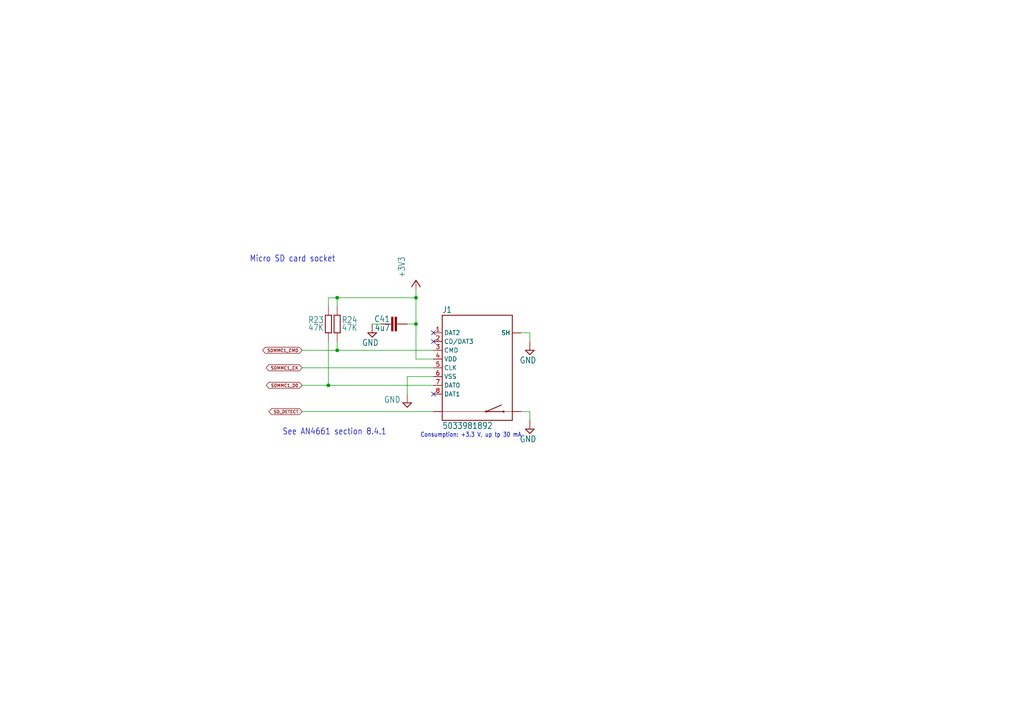
<source format=kicad_sch>
(kicad_sch (version 20230121) (generator eeschema)
  (paper "A4")
  (lib_symbols
    (symbol "EEZ_DIB_MCU_r3B4-eagle-import:+3V3" (power)
      (property "Value" "+3V3" (at -2.54 -5.08 90))
      (symbol "+3V3_1_0"
        (polyline (pts (xy 0 0) (xy -1.27 -1.905)) (stroke (width 0.254)))
        (polyline (pts (xy 1.27 -1.905) (xy 0 0)) (stroke (width 0.254)))
        (pin power_in line (at 0 -2.54 90) (length 2.54) (name "+3V3") (number "1"))
      )
    )
    (symbol "EEZ_DIB_MCU_r3B4-eagle-import:5033981892D&M"
      (property "Reference" "J" (at -10.16 15.875 0))
      (property "Value" "5033981892D&M" (at -10.16 -17.78 0))
      (symbol "5033981892D&M_1_0"
        (polyline (pts (xy -10.16 -15.24) (xy 10.16 -15.24)) (stroke (width 0.254)))
        (polyline (pts (xy -10.16 -12.7) (xy -10.16 -15.24)) (stroke (width 0.254)))
        (polyline (pts (xy -10.16 -12.7) (xy 2.54 -12.7)) (stroke (width 0.127)))
        (polyline (pts (xy -10.16 15.24) (xy -10.16 -12.7)) (stroke (width 0.254)))
        (polyline (pts (xy 2.54 -12.7) (xy 6.985 -10.795)) (stroke (width 0.254)))
        (polyline (pts (xy 2.54 -12.7) (xy 7.62 -12.7)) (stroke (width 0.254)))
        (polyline (pts (xy 7.62 -12.7) (xy 10.16 -12.7)) (stroke (width 0.127)))
        (polyline (pts (xy 10.16 -15.24) (xy 10.16 -12.7)) (stroke (width 0.254)))
        (polyline (pts (xy 10.16 -12.7) (xy 10.16 15.24)) (stroke (width 0.254)))
        (polyline (pts (xy 10.16 15.24) (xy -10.16 15.24)) (stroke (width 0.254)))
        (circle (center 2.54 -12.7) (radius 0.254) (stroke (width 0.127)))
        (circle (center 7.62 -12.7) (radius 0.254) (stroke (width 0.127)))
        (pin passive line (at -12.7 10.16 0) (length 2.54) (name "DAT2") (number "1"))
        (pin passive line (at -12.7 7.62 0) (length 2.54) (name "CD/DAT3") (number "2"))
        (pin passive line (at -12.7 5.08 0) (length 2.54) (name "CMD") (number "3"))
        (pin power_in line (at -12.7 2.54 0) (length 2.54) (name "VDD") (number "4"))
        (pin passive line (at -12.7 0 0) (length 2.54) (name "CLK") (number "5"))
        (pin power_in line (at -12.7 -2.54 0) (length 2.54) (name "VSS") (number "6"))
        (pin passive line (at -12.7 -5.08 0) (length 2.54) (name "DAT0") (number "7"))
        (pin passive line (at -12.7 -7.62 0) (length 2.54) (name "DAT1") (number "8"))
        (pin passive line (at 12.7 10.16 180) (length 2.54) (name "SH") (number "S"))
        (pin passive line (at 12.7 10.16 180) (length 2.54) (name "SH") (number "S1"))
        (pin passive line (at 12.7 10.16 180) (length 2.54) (name "SH") (number "S2"))
        (pin passive line (at 12.7 10.16 180) (length 2.54) (name "SH") (number "S3"))
        (pin passive line (at -12.7 -12.7 0) (length 2.54) (name "SW1") (number "SW1"))
        (pin passive line (at 12.7 -12.7 180) (length 2.54) (name "SW2") (number "SW2"))
      )
    )
    (symbol "EEZ_DIB_MCU_r3B4-eagle-import:C-EUC1206"
      (property "Reference" "C" (at 1.524 0.381 0))
      (property "Value" "C-EUC1206" (at 1.524 -4.699 0))
      (symbol "C-EUC1206_1_0"
        (rectangle (start -2.032 -2.032) (end 2.032 -1.524) (fill (type outline)))
        (rectangle (start -2.032 -1.016) (end 2.032 -0.508) (fill (type outline)))
        (polyline (pts (xy 0 -2.54) (xy 0 -2.032)) (stroke (width 0.1524)))
        (polyline (pts (xy 0 0) (xy 0 -0.508)) (stroke (width 0.1524)))
        (pin passive line (at 0 2.54 270) (length 2.54) (name "1") (number "1"))
        (pin passive line (at 0 -5.08 90) (length 2.54) (name "2") (number "2"))
      )
    )
    (symbol "EEZ_DIB_MCU_r3B4-eagle-import:GND" (power)
      (property "Value" "GND" (at -1.905 -3.175 0))
      (symbol "GND_1_0"
        (polyline (pts (xy -1.27 0) (xy 1.27 0)) (stroke (width 0.254)))
        (polyline (pts (xy 0 -1.27) (xy -1.27 0)) (stroke (width 0.254)))
        (polyline (pts (xy 1.27 0) (xy 0 -1.27)) (stroke (width 0.254)))
        (pin power_in line (at 0 2.54 270) (length 2.54) (name "GND") (number "1"))
      )
    )
    (symbol "EEZ_DIB_MCU_r3B4-eagle-import:R-EU_R0805"
      (property "Reference" "R" (at -3.81 1.4986 0))
      (property "Value" "R-EU_R0805" (at -3.81 -3.302 0))
      (symbol "R-EU_R0805_1_0"
        (polyline (pts (xy -2.54 -0.889) (xy -2.54 0.889)) (stroke (width 0.254)))
        (polyline (pts (xy -2.54 -0.889) (xy 2.54 -0.889)) (stroke (width 0.254)))
        (polyline (pts (xy 2.54 -0.889) (xy 2.54 0.889)) (stroke (width 0.254)))
        (polyline (pts (xy 2.54 0.889) (xy -2.54 0.889)) (stroke (width 0.254)))
        (pin passive line (at -5.08 0 0) (length 2.54) (name "1") (number "1"))
        (pin passive line (at 5.08 0 180) (length 2.54) (name "2") (number "2"))
      )
    )
  )
  (junction (at 120.65 93.98))
  (junction (at 120.65 86.36))
  (junction (at 97.79 86.36))
  (junction (at 97.79 101.6))
  (junction (at 95.25 111.76))
  (no_connect (at 125.73 96.52))
  (no_connect (at 125.73 99.06))
  (no_connect (at 125.73 114.3))
  (wire (pts (xy 153.67 99.06) (xy 153.67 96.52)))
  (wire (pts (xy 153.67 119.38) (xy 153.67 121.92)))
  (wire (pts (xy 110.49 93.98) (xy 107.95 93.98)))
  (wire (pts (xy 151.13 96.52) (xy 153.67 96.52)))
  (wire (pts (xy 125.73 119.38) (xy 87.63 119.38)))
  (wire (pts (xy 97.79 86.36) (xy 120.65 86.36)))
  (wire (pts (xy 120.65 86.36) (xy 120.65 83.82)))
  (wire (pts (xy 97.79 86.36) (xy 95.25 86.36)))
  (wire (pts (xy 95.25 99.06) (xy 95.25 111.76)))
  (wire (pts (xy 120.65 93.98) (xy 120.65 104.14)))
  (wire (pts (xy 97.79 101.6) (xy 87.63 101.6)))
  (wire (pts (xy 118.11 109.22) (xy 118.11 114.3)))
  (wire (pts (xy 120.65 93.98) (xy 118.11 93.98)))
  (wire (pts (xy 95.25 86.36) (xy 95.25 88.9)))
  (wire (pts (xy 151.13 119.38) (xy 153.67 119.38)))
  (wire (pts (xy 97.79 99.06) (xy 97.79 101.6)))
  (wire (pts (xy 125.73 104.14) (xy 120.65 104.14)))
  (wire (pts (xy 87.63 106.68) (xy 125.73 106.68)))
  (wire (pts (xy 95.25 111.76) (xy 125.73 111.76)))
  (wire (pts (xy 95.25 111.76) (xy 87.63 111.76)))
  (wire (pts (xy 125.73 101.6) (xy 97.79 101.6)))
  (wire (pts (xy 120.65 93.98) (xy 120.65 86.36)))
  (wire (pts (xy 125.73 109.22) (xy 118.11 109.22)))
  (wire (pts (xy 97.79 88.9) (xy 97.79 86.36)))
  (text "See AN4661 section 8.4.1" (at 81.915 126.365 0) (effects (font (size 1.778 1.5113)) (justify left bottom)))
  (text "Consumption: +3.3 V, up tp 30 mA" (at 121.92 127 0) (effects (font (size 1.27 1.0795)) (justify left bottom)))
  (text "Micro SD card socket" (at 72.39 76.2 0) (effects (font (size 1.778 1.5113)) (justify left bottom)))
  (global_label "SD_DETECT" (shape bidirectional) (at 87.63 119.38 180) (effects (font (size 0.889 0.889))) (property "Intersheetrefs" "${INTERSHEET_REFS}" (effects hide)))
  (global_label "SDMMC1_D0" (shape bidirectional) (at 87.63 111.76 180) (effects (font (size 0.889 0.889))) (property "Intersheetrefs" "${INTERSHEET_REFS}" (effects hide)))
  (global_label "SDMMC1_CMD" (shape bidirectional) (at 87.63 101.6 180) (effects (font (size 0.889 0.889))) (property "Intersheetrefs" "${INTERSHEET_REFS}" (effects hide)))
  (global_label "SDMMC1_CK" (shape bidirectional) (at 87.63 106.68 180) (effects (font (size 0.889 0.889))) (property "Intersheetrefs" "${INTERSHEET_REFS}" (effects hide)))
  (symbol (lib_id "EEZ_DIB_MCU_r3B4-eagle-import:R-EU_R0805") (at 97.79 93.98 270) (unit 1)
    (property "Reference" "R24" (at 99.06 93.7514 90) (effects (font (size 1.778 1.5113)) (justify left bottom)))
    (property "Value" "47K" (at 99.06 96.012 90) (effects (font (size 1.778 1.5113)) (justify left bottom)))
    (property "Footprint" "EEZ_DIB_MCU_r3B4:R0805" (effects hide))
  )
  (symbol (lib_id "EEZ_DIB_MCU_r3B4-eagle-import:C-EUC1206") (at 115.57 93.98 270) (unit 1)
    (property "Reference" "C41" (at 113.157 93.4974 90) (effects (font (size 1.778 1.5113)) (justify right bottom)))
    (property "Value" "4u7" (at 113.157 96.0374 90) (effects (font (size 1.778 1.5113)) (justify right bottom)))
    (property "Footprint" "EEZ_DIB_MCU_r3B4:C1206" (effects hide))
  )
  (symbol (lib_id "EEZ_DIB_MCU_r3B4-eagle-import:GND") (at 118.11 116.84 0) (unit 1)
    (property "Reference" "#SUPPLY038" (effects hide))
    (property "Value" "GND" (at 116.205 114.935 0) (effects (font (size 1.778 1.5113)) (justify right top)))
    (property "Footprint" "EEZ_DIB_MCU_r3B4:" (effects hide))
  )
  (symbol (lib_id "EEZ_DIB_MCU_r3B4-eagle-import:GND") (at 153.67 101.6 0) (unit 1)
    (property "Reference" "#SUPPLY041" (effects hide))
    (property "Value" "GND" (at 155.575 103.505 0) (effects (font (size 1.778 1.5113)) (justify right top)))
    (property "Footprint" "EEZ_DIB_MCU_r3B4:" (effects hide))
  )
  (symbol (lib_id "EEZ_DIB_MCU_r3B4-eagle-import:+3V3") (at 120.65 81.28 0) (unit 1)
    (property "Reference" "#+3V04" (effects hide))
    (property "Value" "+3V3" (at 117.475 80.645 90) (effects (font (size 1.778 1.5113)) (justify left bottom)))
    (property "Footprint" "EEZ_DIB_MCU_r3B4:" (effects hide))
  )
  (symbol (lib_id "EEZ_DIB_MCU_r3B4-eagle-import:R-EU_R0805") (at 95.25 93.98 90) (mirror x) (unit 1)
    (property "Reference" "R23" (at 93.98 93.7514 90) (effects (font (size 1.778 1.5113)) (justify left bottom)))
    (property "Value" "47K" (at 93.98 96.012 90) (effects (font (size 1.778 1.5113)) (justify left bottom)))
    (property "Footprint" "EEZ_DIB_MCU_r3B4:R0805" (effects hide))
  )
  (symbol (lib_id "EEZ_DIB_MCU_r3B4-eagle-import:GND") (at 107.95 96.52 0) (unit 1)
    (property "Reference" "#SUPPLY037" (effects hide))
    (property "Value" "GND" (at 109.855 98.425 0) (effects (font (size 1.778 1.5113)) (justify right top)))
    (property "Footprint" "EEZ_DIB_MCU_r3B4:" (effects hide))
  )
  (symbol (lib_id "EEZ_DIB_MCU_r3B4-eagle-import:5033981892D&M") (at 138.43 106.68 0) (unit 1)
    (property "Reference" "J1" (at 128.27 90.805 0) (effects (font (size 1.778 1.5113)) (justify left bottom)))
    (property "Value" "5033981892" (at 128.27 124.46 0) (effects (font (size 1.778 1.5113)) (justify left bottom)))
    (property "Footprint" "EEZ_DIB_MCU_r3B4:5033981892-PCBA" (effects hide))
  )
  (symbol (lib_id "EEZ_DIB_MCU_r3B4-eagle-import:GND") (at 153.67 124.46 0) (unit 1)
    (property "Reference" "#SUPPLY043" (effects hide))
    (property "Value" "GND" (at 155.575 126.365 0) (effects (font (size 1.778 1.5113)) (justify right top)))
    (property "Footprint" "EEZ_DIB_MCU_r3B4:" (effects hide))
  )
)
</source>
